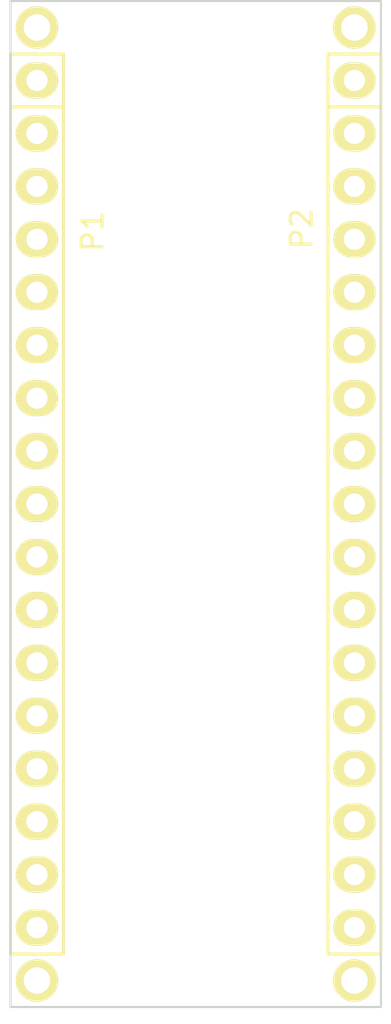
<source format=kicad_pcb>
(kicad_pcb (version 4) (host pcbnew "(2015-03-25 BZR 5536)-product")

  (general
    (links 3)
    (no_connects 3)
    (area 135.712999 67.005999 153.593001 115.366001)
    (thickness 1.6)
    (drawings 17)
    (tracks 0)
    (zones 0)
    (modules 6)
    (nets 36)
  )

  (page A4)
  (title_block
    (date "sam. 04 avril 2015")
  )

  (layers
    (0 F.Cu signal)
    (31 B.Cu signal)
    (32 B.Adhes user)
    (33 F.Adhes user)
    (34 B.Paste user)
    (35 F.Paste user)
    (36 B.SilkS user)
    (37 F.SilkS user)
    (38 B.Mask user)
    (39 F.Mask user)
    (40 Dwgs.User user)
    (41 Cmts.User user)
    (42 Eco1.User user)
    (43 Eco2.User user)
    (44 Edge.Cuts user)
    (45 Margin user)
    (46 B.CrtYd user)
    (47 F.CrtYd user)
    (48 B.Fab user)
    (49 F.Fab user)
  )

  (setup
    (last_trace_width 0.25)
    (trace_clearance 0.2)
    (zone_clearance 0.508)
    (zone_45_only no)
    (trace_min 0.2)
    (segment_width 0.15)
    (edge_width 0.1)
    (via_size 0.6)
    (via_drill 0.4)
    (via_min_size 0.4)
    (via_min_drill 0.3)
    (uvia_size 0.3)
    (uvia_drill 0.1)
    (uvias_allowed no)
    (uvia_min_size 0.2)
    (uvia_min_drill 0.1)
    (pcb_text_width 0.3)
    (pcb_text_size 1.5 1.5)
    (mod_edge_width 0.15)
    (mod_text_size 1 1)
    (mod_text_width 0.15)
    (pad_size 1.5 1.5)
    (pad_drill 0.6)
    (pad_to_mask_clearance 0)
    (aux_axis_origin 135.763 115.316)
    (visible_elements FFFFFF7F)
    (pcbplotparams
      (layerselection 0x00030_80000001)
      (usegerberextensions false)
      (excludeedgelayer true)
      (linewidth 0.100000)
      (plotframeref false)
      (viasonmask false)
      (mode 1)
      (useauxorigin false)
      (hpglpennumber 1)
      (hpglpenspeed 20)
      (hpglpendiameter 15)
      (hpglpenoverlay 2)
      (psnegative false)
      (psa4output false)
      (plotreference true)
      (plotvalue true)
      (plotinvisibletext false)
      (padsonsilk false)
      (subtractmaskfromsilk false)
      (outputformat 1)
      (mirror false)
      (drillshape 1)
      (scaleselection 1)
      (outputdirectory ""))
  )

  (net 0 "")
  (net 1 /MOSI)
  (net 2 /SS)
  (net 3 "/1(Tx)")
  (net 4 "/0(Rx)")
  (net 5 /Reset)
  (net 6 GND)
  (net 7 "/2(SDA)")
  (net 8 "/3(**/SCL)")
  (net 9 "/4(A6)")
  (net 10 "/5(**)")
  (net 11 "/6(**/A7)")
  (net 12 /7)
  (net 13 "/8(A8)")
  (net 14 "/9(**/A9)")
  (net 15 "/10(A10)")
  (net 16 "/11(**)")
  (net 17 "/12(A11)")
  (net 18 /SCK)
  (net 19 /MISO)
  (net 20 /Vin)
  (net 21 +5V)
  (net 22 /A5)
  (net 23 /A4)
  (net 24 /A3)
  (net 25 /A2)
  (net 26 /A1)
  (net 27 /A0)
  (net 28 /AREF)
  (net 29 +3.3V)
  (net 30 "/13(**)")
  (net 31 "Net-(P3-Pad1)")
  (net 32 "Net-(P4-Pad1)")
  (net 33 "Net-(P5-Pad1)")
  (net 34 "Net-(P6-Pad1)")
  (net 35 /NC)

  (net_class Default "This is the default net class."
    (clearance 0.2)
    (trace_width 0.25)
    (via_dia 0.6)
    (via_drill 0.4)
    (uvia_dia 0.3)
    (uvia_drill 0.1)
    (add_net +3.3V)
    (add_net +5V)
    (add_net "/0(Rx)")
    (add_net "/1(Tx)")
    (add_net "/10(A10)")
    (add_net "/11(**)")
    (add_net "/12(A11)")
    (add_net "/13(**)")
    (add_net "/2(SDA)")
    (add_net "/3(**/SCL)")
    (add_net "/4(A6)")
    (add_net "/5(**)")
    (add_net "/6(**/A7)")
    (add_net /7)
    (add_net "/8(A8)")
    (add_net "/9(**/A9)")
    (add_net /A0)
    (add_net /A1)
    (add_net /A2)
    (add_net /A3)
    (add_net /A4)
    (add_net /A5)
    (add_net /AREF)
    (add_net /MISO)
    (add_net /MOSI)
    (add_net /NC)
    (add_net /Reset)
    (add_net /SCK)
    (add_net /SS)
    (add_net /Vin)
    (add_net GND)
    (add_net "Net-(P3-Pad1)")
    (add_net "Net-(P4-Pad1)")
    (add_net "Net-(P5-Pad1)")
    (add_net "Net-(P6-Pad1)")
  )

  (module Socket_Arduino_Micro:Socket_Strip_Arduino_1x17 (layer F.Cu) (tedit 551FC461) (tstamp 551FC1FE)
    (at 137.033 70.866 270)
    (descr "Through hole socket strip")
    (tags "socket strip")
    (path /551FB57F)
    (fp_text reference P1 (at 7.239 -2.667 270) (layer F.SilkS)
      (effects (font (size 1 1) (thickness 0.15)))
    )
    (fp_text value Digital (at 11.049 -2.667 270) (layer F.Fab)
      (effects (font (size 1 1) (thickness 0.15)))
    )
    (fp_line (start 1.27 -1.27) (end -1.27 -1.27) (layer F.SilkS) (width 0.15))
    (fp_line (start -1.27 -1.27) (end -1.27 1.27) (layer F.SilkS) (width 0.15))
    (fp_line (start -1.27 1.27) (end 1.27 1.27) (layer F.SilkS) (width 0.15))
    (fp_line (start -1.75 -1.75) (end -1.75 1.75) (layer F.CrtYd) (width 0.05))
    (fp_line (start 42.4 -1.75) (end 42.4 1.75) (layer F.CrtYd) (width 0.05))
    (fp_line (start -1.75 -1.75) (end 42.4 -1.75) (layer F.CrtYd) (width 0.05))
    (fp_line (start -1.75 1.75) (end 42.4 1.75) (layer F.CrtYd) (width 0.05))
    (fp_line (start 1.27 1.27) (end 41.91 1.27) (layer F.SilkS) (width 0.15))
    (fp_line (start 41.91 1.27) (end 41.91 -1.27) (layer F.SilkS) (width 0.15))
    (fp_line (start 41.91 -1.27) (end 1.27 -1.27) (layer F.SilkS) (width 0.15))
    (fp_line (start 1.27 1.27) (end 1.27 -1.27) (layer F.SilkS) (width 0.15))
    (pad 1 thru_hole oval (at 0 0 270) (size 1.7272 2.032) (drill 1.016) (layers *.Cu *.Mask F.SilkS)
      (net 1 /MOSI))
    (pad 2 thru_hole oval (at 2.54 0 270) (size 1.7272 2.032) (drill 1.016) (layers *.Cu *.Mask F.SilkS)
      (net 2 /SS))
    (pad 3 thru_hole oval (at 5.08 0 270) (size 1.7272 2.032) (drill 1.016) (layers *.Cu *.Mask F.SilkS)
      (net 3 "/1(Tx)"))
    (pad 4 thru_hole oval (at 7.62 0 270) (size 1.7272 2.032) (drill 1.016) (layers *.Cu *.Mask F.SilkS)
      (net 4 "/0(Rx)"))
    (pad 5 thru_hole oval (at 10.16 0 270) (size 1.7272 2.032) (drill 1.016) (layers *.Cu *.Mask F.SilkS)
      (net 5 /Reset))
    (pad 6 thru_hole oval (at 12.7 0 270) (size 1.7272 2.032) (drill 1.016) (layers *.Cu *.Mask F.SilkS)
      (net 6 GND))
    (pad 7 thru_hole oval (at 15.24 0 270) (size 1.7272 2.032) (drill 1.016) (layers *.Cu *.Mask F.SilkS)
      (net 7 "/2(SDA)"))
    (pad 8 thru_hole oval (at 17.78 0 270) (size 1.7272 2.032) (drill 1.016) (layers *.Cu *.Mask F.SilkS)
      (net 8 "/3(**/SCL)"))
    (pad 9 thru_hole oval (at 20.32 0 270) (size 1.7272 2.032) (drill 1.016) (layers *.Cu *.Mask F.SilkS)
      (net 9 "/4(A6)"))
    (pad 10 thru_hole oval (at 22.86 0 270) (size 1.7272 2.032) (drill 1.016) (layers *.Cu *.Mask F.SilkS)
      (net 10 "/5(**)"))
    (pad 11 thru_hole oval (at 25.4 0 270) (size 1.7272 2.032) (drill 1.016) (layers *.Cu *.Mask F.SilkS)
      (net 11 "/6(**/A7)"))
    (pad 12 thru_hole oval (at 27.94 0 270) (size 1.7272 2.032) (drill 1.016) (layers *.Cu *.Mask F.SilkS)
      (net 12 /7))
    (pad 13 thru_hole oval (at 30.48 0 270) (size 1.7272 2.032) (drill 1.016) (layers *.Cu *.Mask F.SilkS)
      (net 13 "/8(A8)"))
    (pad 14 thru_hole oval (at 33.02 0 270) (size 1.7272 2.032) (drill 1.016) (layers *.Cu *.Mask F.SilkS)
      (net 14 "/9(**/A9)"))
    (pad 15 thru_hole oval (at 35.56 0 270) (size 1.7272 2.032) (drill 1.016) (layers *.Cu *.Mask F.SilkS)
      (net 15 "/10(A10)"))
    (pad 16 thru_hole oval (at 38.1 0 270) (size 1.7272 2.032) (drill 1.016) (layers *.Cu *.Mask F.SilkS)
      (net 16 "/11(**)"))
    (pad 17 thru_hole oval (at 40.64 0 270) (size 1.7272 2.032) (drill 1.016) (layers *.Cu *.Mask F.SilkS)
      (net 17 "/12(A11)"))
    (model /home/jo/kicad/template/Arduino_Micro/Socket_Arduino_Micro.3dshapes/Socket_header_Arduino_1x17.wrl
      (at (xyz 0.8 0 0))
      (scale (xyz 1 1 1))
      (rotate (xyz 0 0 180))
    )
  )

  (module Socket_Arduino_Micro:Socket_Strip_Arduino_1x17 (layer F.Cu) (tedit 551FC5EE) (tstamp 551FC21E)
    (at 152.273 70.866 270)
    (descr "Through hole socket strip")
    (tags "socket strip")
    (path /551FB60C)
    (fp_text reference P2 (at 7.112 2.54 270) (layer F.SilkS)
      (effects (font (size 1 1) (thickness 0.15)))
    )
    (fp_text value Analog (at 10.922 2.794 270) (layer F.Fab)
      (effects (font (size 1 1) (thickness 0.15)))
    )
    (fp_line (start 1.27 -1.27) (end -1.27 -1.27) (layer F.SilkS) (width 0.15))
    (fp_line (start -1.27 -1.27) (end -1.27 1.27) (layer F.SilkS) (width 0.15))
    (fp_line (start -1.27 1.27) (end 1.27 1.27) (layer F.SilkS) (width 0.15))
    (fp_line (start -1.75 -1.75) (end -1.75 1.75) (layer F.CrtYd) (width 0.05))
    (fp_line (start 42.4 -1.75) (end 42.4 1.75) (layer F.CrtYd) (width 0.05))
    (fp_line (start -1.75 -1.75) (end 42.4 -1.75) (layer F.CrtYd) (width 0.05))
    (fp_line (start -1.75 1.75) (end 42.4 1.75) (layer F.CrtYd) (width 0.05))
    (fp_line (start 1.27 1.27) (end 41.91 1.27) (layer F.SilkS) (width 0.15))
    (fp_line (start 41.91 1.27) (end 41.91 -1.27) (layer F.SilkS) (width 0.15))
    (fp_line (start 41.91 -1.27) (end 1.27 -1.27) (layer F.SilkS) (width 0.15))
    (fp_line (start 1.27 1.27) (end 1.27 -1.27) (layer F.SilkS) (width 0.15))
    (pad 1 thru_hole oval (at 0 0 270) (size 1.7272 2.032) (drill 1.016) (layers *.Cu *.Mask F.SilkS)
      (net 18 /SCK))
    (pad 2 thru_hole oval (at 2.54 0 270) (size 1.7272 2.032) (drill 1.016) (layers *.Cu *.Mask F.SilkS)
      (net 19 /MISO))
    (pad 3 thru_hole oval (at 5.08 0 270) (size 1.7272 2.032) (drill 1.016) (layers *.Cu *.Mask F.SilkS)
      (net 20 /Vin))
    (pad 4 thru_hole oval (at 7.62 0 270) (size 1.7272 2.032) (drill 1.016) (layers *.Cu *.Mask F.SilkS)
      (net 6 GND))
    (pad 5 thru_hole oval (at 10.16 0 270) (size 1.7272 2.032) (drill 1.016) (layers *.Cu *.Mask F.SilkS)
      (net 5 /Reset))
    (pad 6 thru_hole oval (at 12.7 0 270) (size 1.7272 2.032) (drill 1.016) (layers *.Cu *.Mask F.SilkS)
      (net 21 +5V))
    (pad 7 thru_hole oval (at 15.24 0 270) (size 1.7272 2.032) (drill 1.016) (layers *.Cu *.Mask F.SilkS)
      (net 35 /NC))
    (pad 8 thru_hole oval (at 17.78 0 270) (size 1.7272 2.032) (drill 1.016) (layers *.Cu *.Mask F.SilkS)
      (net 35 /NC))
    (pad 9 thru_hole oval (at 20.32 0 270) (size 1.7272 2.032) (drill 1.016) (layers *.Cu *.Mask F.SilkS)
      (net 22 /A5))
    (pad 10 thru_hole oval (at 22.86 0 270) (size 1.7272 2.032) (drill 1.016) (layers *.Cu *.Mask F.SilkS)
      (net 23 /A4))
    (pad 11 thru_hole oval (at 25.4 0 270) (size 1.7272 2.032) (drill 1.016) (layers *.Cu *.Mask F.SilkS)
      (net 24 /A3))
    (pad 12 thru_hole oval (at 27.94 0 270) (size 1.7272 2.032) (drill 1.016) (layers *.Cu *.Mask F.SilkS)
      (net 25 /A2))
    (pad 13 thru_hole oval (at 30.48 0 270) (size 1.7272 2.032) (drill 1.016) (layers *.Cu *.Mask F.SilkS)
      (net 26 /A1))
    (pad 14 thru_hole oval (at 33.02 0 270) (size 1.7272 2.032) (drill 1.016) (layers *.Cu *.Mask F.SilkS)
      (net 27 /A0))
    (pad 15 thru_hole oval (at 35.56 0 270) (size 1.7272 2.032) (drill 1.016) (layers *.Cu *.Mask F.SilkS)
      (net 28 /AREF))
    (pad 16 thru_hole oval (at 38.1 0 270) (size 1.7272 2.032) (drill 1.016) (layers *.Cu *.Mask F.SilkS)
      (net 29 +3.3V))
    (pad 17 thru_hole oval (at 40.64 0 270) (size 1.7272 2.032) (drill 1.016) (layers *.Cu *.Mask F.SilkS)
      (net 30 "/13(**)"))
    (model /home/jo/kicad/template/Arduino_Micro/Socket_Arduino_Micro.3dshapes/Socket_header_Arduino_1x17.wrl
      (at (xyz 0.8 0 0))
      (scale (xyz 1 1 1))
      (rotate (xyz 0 0 180))
    )
  )

  (module Socket_Arduino_Micro:1pin_Micro (layer F.Cu) (tedit 551FC2DE) (tstamp 551FC223)
    (at 137.033 68.326)
    (descr "module 1 pin (ou trou mecanique de percage)")
    (tags DEV)
    (path /551FB455)
    (fp_text reference P3 (at 0 -1.651) (layer F.SilkS) hide
      (effects (font (size 1 1) (thickness 0.15)))
    )
    (fp_text value CONN_1 (at 0 1.397) (layer F.Fab) hide
      (effects (font (size 1 1) (thickness 0.15)))
    )
    (pad 1 thru_hole circle (at 0 0) (size 2.032 2.032) (drill 1.27) (layers *.Cu *.Mask F.SilkS)
      (net 31 "Net-(P3-Pad1)"))
  )

  (module Socket_Arduino_Micro:1pin_Micro (layer F.Cu) (tedit 551FC2FB) (tstamp 551FC228)
    (at 137.033 114.046)
    (descr "module 1 pin (ou trou mecanique de percage)")
    (tags DEV)
    (path /551FB4B0)
    (fp_text reference P4 (at 0 -1.651) (layer F.SilkS) hide
      (effects (font (size 1 1) (thickness 0.15)))
    )
    (fp_text value CONN_1 (at 0 1.397) (layer F.Fab) hide
      (effects (font (size 1 1) (thickness 0.15)))
    )
    (pad 1 thru_hole circle (at 0 0) (size 2.032 2.032) (drill 1.27) (layers *.Cu *.Mask F.SilkS)
      (net 32 "Net-(P4-Pad1)"))
  )

  (module Socket_Arduino_Micro:1pin_Micro (layer F.Cu) (tedit 551FC303) (tstamp 551FC22D)
    (at 152.273 114.046)
    (descr "module 1 pin (ou trou mecanique de percage)")
    (tags DEV)
    (path /551FB4D4)
    (fp_text reference P5 (at 0 -1.651) (layer F.SilkS) hide
      (effects (font (size 1 1) (thickness 0.15)))
    )
    (fp_text value CONN_1 (at 0 1.397) (layer F.Fab) hide
      (effects (font (size 1 1) (thickness 0.15)))
    )
    (pad 1 thru_hole circle (at 0 0) (size 2.032 2.032) (drill 1.27) (layers *.Cu *.Mask F.SilkS)
      (net 33 "Net-(P5-Pad1)"))
  )

  (module Socket_Arduino_Micro:1pin_Micro (layer F.Cu) (tedit 551FC2EE) (tstamp 551FC232)
    (at 152.273 68.326)
    (descr "module 1 pin (ou trou mecanique de percage)")
    (tags DEV)
    (path /551FB516)
    (fp_text reference P6 (at 0 -1.651) (layer F.SilkS) hide
      (effects (font (size 1 1) (thickness 0.15)))
    )
    (fp_text value CONN_1 (at 0 1.397) (layer F.Fab) hide
      (effects (font (size 1 1) (thickness 0.15)))
    )
    (pad 1 thru_hole circle (at 0 0) (size 2.032 2.032) (drill 1.27) (layers *.Cu *.Mask F.SilkS)
      (net 34 "Net-(P6-Pad1)"))
  )

  (gr_line (start 141.097 116.078) (end 148.209 116.078) (angle 90) (layer Dwgs.User) (width 0.15))
  (gr_line (start 141.097 110.998) (end 141.097 116.078) (angle 90) (layer Dwgs.User) (width 0.15))
  (gr_line (start 148.209 110.998) (end 141.097 110.998) (angle 90) (layer Dwgs.User) (width 0.15))
  (gr_line (start 148.209 116.078) (end 148.209 110.998) (angle 90) (layer Dwgs.User) (width 0.15))
  (gr_line (start 145.923 75.946) (end 145.923 68.326) (angle 90) (layer Dwgs.User) (width 0.15))
  (gr_line (start 151.003 75.946) (end 145.923 75.946) (angle 90) (layer Dwgs.User) (width 0.15))
  (gr_line (start 151.003 68.326) (end 151.003 75.946) (angle 90) (layer Dwgs.User) (width 0.15))
  (gr_line (start 145.923 68.326) (end 151.003 68.326) (angle 90) (layer Dwgs.User) (width 0.15))
  (gr_circle (center 141.986 72.263) (end 140.716 72.263) (layer Dwgs.User) (width 0.15))
  (gr_line (start 144.907 69.215) (end 144.907 75.311) (angle 90) (layer Dwgs.User) (width 0.15))
  (gr_line (start 139.065 69.215) (end 144.907 69.215) (angle 90) (layer Dwgs.User) (width 0.15))
  (gr_line (start 139.065 75.311) (end 139.065 69.215) (angle 90) (layer Dwgs.User) (width 0.15))
  (gr_line (start 144.907 75.311) (end 139.065 75.311) (angle 90) (layer Dwgs.User) (width 0.15))
  (gr_line (start 135.763 67.056) (end 135.763 115.316) (angle 90) (layer Edge.Cuts) (width 0.1))
  (gr_line (start 153.543 67.056) (end 135.763 67.056) (angle 90) (layer Edge.Cuts) (width 0.1))
  (gr_line (start 153.543 115.316) (end 153.543 67.056) (angle 90) (layer Edge.Cuts) (width 0.1))
  (gr_line (start 135.763 115.316) (end 153.543 115.316) (angle 90) (layer Edge.Cuts) (width 0.1))

)

</source>
